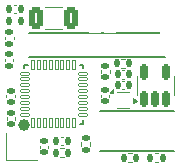
<source format=gbr>
%TF.GenerationSoftware,KiCad,Pcbnew,8.0.4-unknown-202407232306~396e531e7c~ubuntu22.04.1*%
%TF.CreationDate,2024-09-04T14:24:04+01:00*%
%TF.ProjectId,MONO_CTRL,4d4f4e4f-5f43-4545-924c-2e6b69636164,1.0*%
%TF.SameCoordinates,Original*%
%TF.FileFunction,Legend,Top*%
%TF.FilePolarity,Positive*%
%FSLAX46Y46*%
G04 Gerber Fmt 4.6, Leading zero omitted, Abs format (unit mm)*
G04 Created by KiCad (PCBNEW 8.0.4-unknown-202407232306~396e531e7c~ubuntu22.04.1) date 2024-09-04 14:24:04*
%MOMM*%
%LPD*%
G01*
G04 APERTURE LIST*
G04 Aperture macros list*
%AMRoundRect*
0 Rectangle with rounded corners*
0 $1 Rounding radius*
0 $2 $3 $4 $5 $6 $7 $8 $9 X,Y pos of 4 corners*
0 Add a 4 corners polygon primitive as box body*
4,1,4,$2,$3,$4,$5,$6,$7,$8,$9,$2,$3,0*
0 Add four circle primitives for the rounded corners*
1,1,$1+$1,$2,$3*
1,1,$1+$1,$4,$5*
1,1,$1+$1,$6,$7*
1,1,$1+$1,$8,$9*
0 Add four rect primitives between the rounded corners*
20,1,$1+$1,$2,$3,$4,$5,0*
20,1,$1+$1,$4,$5,$6,$7,0*
20,1,$1+$1,$6,$7,$8,$9,0*
20,1,$1+$1,$8,$9,$2,$3,0*%
%AMRotRect*
0 Rectangle, with rotation*
0 The origin of the aperture is its center*
0 $1 length*
0 $2 width*
0 $3 Rotation angle, in degrees counterclockwise*
0 Add horizontal line*
21,1,$1,$2,0,0,$3*%
%AMFreePoly0*
4,1,5,0.110000,-0.125000,-0.110000,-0.125000,-0.110000,0.125000,0.360000,0.125000,0.110000,-0.125000,0.110000,-0.125000,$1*%
%AMFreePoly1*
4,1,6,0.290000,-0.055000,0.290000,-0.125000,-0.110000,-0.125000,-0.110000,0.125000,0.110000,0.125000,0.290000,-0.055000,0.290000,-0.055000,$1*%
%AMFreePoly2*
4,1,7,0.110000,-0.125000,-0.110000,-0.125000,-0.290000,-0.125000,-0.290000,-0.055000,-0.110000,0.125000,0.110000,0.125000,0.110000,-0.125000,0.110000,-0.125000,$1*%
%AMFreePoly3*
4,1,6,0.110000,-0.125000,-0.110000,-0.125000,-0.290000,0.055000,-0.290000,0.125000,0.110000,0.125000,0.110000,-0.125000,0.110000,-0.125000,$1*%
G04 Aperture macros list end*
%ADD10C,0.152400*%
%ADD11C,0.120000*%
%ADD12C,0.127000*%
%ADD13C,0.495002*%
%ADD14R,1.000000X1.000000*%
%ADD15RoundRect,0.135000X-0.135000X-0.185000X0.135000X-0.185000X0.135000X0.185000X-0.135000X0.185000X0*%
%ADD16RoundRect,0.008100X0.126900X-0.396900X0.126900X0.396900X-0.126900X0.396900X-0.126900X-0.396900X0*%
%ADD17RoundRect,0.027000X0.378000X-0.108000X0.378000X0.108000X-0.378000X0.108000X-0.378000X-0.108000X0*%
%ADD18R,3.700000X3.700000*%
%ADD19RoundRect,0.140000X-0.170000X0.140000X-0.170000X-0.140000X0.170000X-0.140000X0.170000X0.140000X0*%
%ADD20RoundRect,0.150000X0.150000X-0.512500X0.150000X0.512500X-0.150000X0.512500X-0.150000X-0.512500X0*%
%ADD21RoundRect,0.140000X0.140000X0.170000X-0.140000X0.170000X-0.140000X-0.170000X0.140000X-0.170000X0*%
%ADD22RoundRect,0.147500X-0.147500X-0.172500X0.147500X-0.172500X0.147500X0.172500X-0.147500X0.172500X0*%
%ADD23RoundRect,0.135000X0.135000X0.185000X-0.135000X0.185000X-0.135000X-0.185000X0.135000X-0.185000X0*%
%ADD24RoundRect,0.140000X0.170000X-0.140000X0.170000X0.140000X-0.170000X0.140000X-0.170000X-0.140000X0*%
%ADD25RoundRect,0.135000X0.185000X-0.135000X0.185000X0.135000X-0.185000X0.135000X-0.185000X-0.135000X0*%
%ADD26FreePoly0,0.000000*%
%ADD27FreePoly1,0.000000*%
%ADD28FreePoly2,0.000000*%
%ADD29FreePoly3,0.000000*%
%ADD30RotRect,0.480000X0.480000X45.000000*%
%ADD31R,0.900000X0.800000*%
%ADD32RoundRect,0.250000X-0.325000X-0.650000X0.325000X-0.650000X0.325000X0.650000X-0.325000X0.650000X0*%
G04 APERTURE END LIST*
D10*
X30710000Y-32460000D02*
X37010000Y-32460000D01*
X30710000Y-35860000D02*
X37010000Y-35860000D01*
X24715000Y-25925000D02*
X36215000Y-25925000D01*
X24715000Y-27925000D02*
X36215000Y-27925000D01*
D11*
%TO.C,R2*%
X32556359Y-28080000D02*
X32863641Y-28080000D01*
X32556359Y-28840000D02*
X32863641Y-28840000D01*
D12*
%TO.C,U2*%
X24315000Y-28575000D02*
X24315000Y-28870001D01*
X24315000Y-28575000D02*
X24610001Y-28575000D01*
X24315000Y-33575000D02*
X24315000Y-33279999D01*
X24315000Y-33575000D02*
X24610001Y-33575000D01*
X29315000Y-28575000D02*
X29019999Y-28575000D01*
X29315000Y-28575000D02*
X29315000Y-28870001D01*
X29315000Y-33575000D02*
X29019999Y-33575000D01*
X29315000Y-33575000D02*
X29315000Y-33279999D01*
D13*
X24562501Y-33675001D02*
G75*
G02*
X24067499Y-33675001I-247501J0D01*
G01*
X24067499Y-33675001D02*
G75*
G02*
X24562501Y-33675001I247501J0D01*
G01*
D11*
%TO.C,C10*%
X30850000Y-29052164D02*
X30850000Y-29267836D01*
X31570000Y-29052164D02*
X31570000Y-29267836D01*
%TO.C,U1*%
X33854999Y-30318750D02*
X33855000Y-29518750D01*
X33854999Y-30318750D02*
X33855000Y-31118750D01*
X36975001Y-30318750D02*
X36975000Y-29518750D01*
X36975001Y-30318750D02*
X36975000Y-31118750D01*
X33905000Y-31618750D02*
X33575000Y-31858750D01*
X33575000Y-31378750D01*
X33905000Y-31618750D01*
G36*
X33905000Y-31618750D02*
G01*
X33575000Y-31858750D01*
X33575000Y-31378750D01*
X33905000Y-31618750D01*
G37*
%TO.C,C1*%
X23647836Y-23510000D02*
X23432164Y-23510000D01*
X23647836Y-24230000D02*
X23432164Y-24230000D01*
%TO.C,C2*%
X32817836Y-29030000D02*
X32602164Y-29030000D01*
X32817836Y-29750000D02*
X32602164Y-29750000D01*
%TO.C,R5*%
X27668641Y-35645000D02*
X27361359Y-35645000D01*
X27668641Y-36405000D02*
X27361359Y-36405000D01*
%TO.C,R6*%
X35376359Y-36080000D02*
X35683641Y-36080000D01*
X35376359Y-36840000D02*
X35683641Y-36840000D01*
%TO.C,C9*%
X30820000Y-31102164D02*
X30820000Y-31317836D01*
X31540000Y-31102164D02*
X31540000Y-31317836D01*
%TO.C,C12*%
X22710000Y-26202164D02*
X22710000Y-26417836D01*
X23430000Y-26202164D02*
X23430000Y-26417836D01*
%TO.C,C3*%
X22700000Y-28297836D02*
X22700000Y-28082164D01*
X23420000Y-28297836D02*
X23420000Y-28082164D01*
%TO.C,C7*%
X25655000Y-35417164D02*
X25655000Y-35632836D01*
X26375000Y-35417164D02*
X26375000Y-35632836D01*
%TO.C,C6*%
X27622836Y-34665000D02*
X27407164Y-34665000D01*
X27622836Y-35385000D02*
X27407164Y-35385000D01*
%TO.C,R3*%
X33463641Y-36080000D02*
X33156359Y-36080000D01*
X33463641Y-36840000D02*
X33156359Y-36840000D01*
%TO.C,R4*%
X29145000Y-35458641D02*
X29145000Y-35151359D01*
X29905000Y-35458641D02*
X29905000Y-35151359D01*
%TO.C,C4*%
X22820000Y-31347836D02*
X22820000Y-31132164D01*
X23540000Y-31347836D02*
X23540000Y-31132164D01*
%TO.C,U3*%
X33215000Y-30860000D02*
X32215000Y-30860000D01*
X33215000Y-32280000D02*
X32215000Y-32280000D01*
X31875000Y-30930000D02*
X31595000Y-30930000D01*
X31875000Y-30650000D01*
X31875000Y-30930000D01*
G36*
X31875000Y-30930000D02*
G01*
X31595000Y-30930000D01*
X31875000Y-30650000D01*
X31875000Y-30930000D01*
G37*
%TO.C,Y1*%
X22750001Y-34375000D02*
X22750001Y-36675000D01*
X22750001Y-36675000D02*
X25450001Y-36675000D01*
%TO.C,C8*%
X32817836Y-29950000D02*
X32602164Y-29950000D01*
X32817836Y-30670000D02*
X32602164Y-30670000D01*
%TO.C,C5*%
X22855000Y-33017164D02*
X22855000Y-33232836D01*
X23575000Y-33017164D02*
X23575000Y-33232836D01*
%TO.C,AE1*%
X26103748Y-23715000D02*
X27526252Y-23715000D01*
X26103748Y-25535000D02*
X27526252Y-25535000D01*
%TD*%
%LPC*%
D14*
%TO.C,J4*%
X31585000Y-25395001D03*
%TD*%
%TO.C,J17*%
X36390000Y-34795000D03*
%TD*%
%TO.C,J5*%
X29180001Y-27025000D03*
%TD*%
D15*
%TO.C,R2*%
X32200001Y-28460000D03*
X33219999Y-28460000D03*
%TD*%
D16*
%TO.C,U2*%
X25065001Y-33525000D03*
X25565000Y-33525000D03*
X26065000Y-33525001D03*
X26565000Y-33525000D03*
X27065000Y-33525000D03*
X27565000Y-33525001D03*
X28065000Y-33525000D03*
X28564999Y-33525000D03*
D17*
X29265000Y-32824999D03*
X29265000Y-32325000D03*
X29265001Y-31825000D03*
X29265000Y-31325000D03*
X29265000Y-30825000D03*
X29265001Y-30325000D03*
X29265000Y-29825000D03*
X29265000Y-29325001D03*
D16*
X28564999Y-28625000D03*
X28065000Y-28625000D03*
X27565000Y-28624999D03*
X27065000Y-28625000D03*
X26565000Y-28625000D03*
X26065000Y-28624999D03*
X25565000Y-28625000D03*
X25065001Y-28625000D03*
D17*
X24365000Y-29325001D03*
X24365000Y-29825000D03*
X24364999Y-30325000D03*
X24365000Y-30825000D03*
X24365000Y-31325000D03*
X24364999Y-31825000D03*
X24365000Y-32325000D03*
X24365000Y-32824999D03*
D18*
X26815000Y-31075000D03*
%TD*%
D19*
%TO.C,C10*%
X31210000Y-28680000D03*
X31210000Y-29640000D03*
%TD*%
D20*
%TO.C,U1*%
X34465001Y-31456250D03*
X35415000Y-31456250D03*
X36364999Y-31456250D03*
X36364999Y-29181250D03*
X34465001Y-29181250D03*
%TD*%
D21*
%TO.C,C1*%
X24020000Y-23870000D03*
X23060000Y-23870000D03*
%TD*%
D14*
%TO.C,J22*%
X31310000Y-33525000D03*
%TD*%
D22*
%TO.C,L1*%
X23055000Y-24880000D03*
X24025000Y-24880000D03*
%TD*%
D21*
%TO.C,C2*%
X33190000Y-29390000D03*
X32230000Y-29390000D03*
%TD*%
D23*
%TO.C,R5*%
X28024999Y-36025000D03*
X27005001Y-36025000D03*
%TD*%
D15*
%TO.C,R6*%
X35020001Y-36460000D03*
X36039999Y-36460000D03*
%TD*%
D19*
%TO.C,C9*%
X31180000Y-30730000D03*
X31180000Y-31690000D03*
%TD*%
D14*
%TO.C,J2*%
X26640001Y-27025000D03*
%TD*%
%TO.C,J12*%
X35120000Y-33525000D03*
%TD*%
%TO.C,J8*%
X32990001Y-27025000D03*
%TD*%
%TO.C,J1*%
X25370001Y-27025000D03*
%TD*%
%TO.C,J23*%
X30315000Y-25395000D03*
%TD*%
%TO.C,J15*%
X33850000Y-34795000D03*
%TD*%
%TO.C,J24*%
X36360001Y-25755000D03*
%TD*%
%TO.C,J14*%
X32580000Y-33525000D03*
%TD*%
D19*
%TO.C,C12*%
X23070000Y-25830000D03*
X23070000Y-26790000D03*
%TD*%
D24*
%TO.C,C3*%
X23060000Y-28670000D03*
X23060000Y-27710000D03*
%TD*%
D14*
%TO.C,J26*%
X31585000Y-24125000D03*
%TD*%
%TO.C,J18*%
X31310000Y-34795000D03*
%TD*%
%TO.C,J13*%
X33850001Y-33525000D03*
%TD*%
%TO.C,J10*%
X30315000Y-24125000D03*
%TD*%
D19*
%TO.C,C7*%
X26015000Y-35045000D03*
X26015000Y-36005000D03*
%TD*%
D14*
%TO.C,J7*%
X31720001Y-27025000D03*
%TD*%
%TO.C,J21*%
X32580000Y-34795000D03*
%TD*%
D21*
%TO.C,C6*%
X27995000Y-35025000D03*
X27035000Y-35025000D03*
%TD*%
D14*
%TO.C,J16*%
X35120000Y-34795000D03*
%TD*%
D23*
%TO.C,R3*%
X33819999Y-36460000D03*
X32800001Y-36460000D03*
%TD*%
D25*
%TO.C,R4*%
X29525000Y-35814999D03*
X29525000Y-34795001D03*
%TD*%
D24*
%TO.C,C4*%
X23180000Y-31720000D03*
X23180000Y-30760000D03*
%TD*%
D26*
%TO.C,U3*%
X32175000Y-31245000D03*
D27*
X32175000Y-31895000D03*
D28*
X33255000Y-31895000D03*
D29*
X33255000Y-31245000D03*
D30*
X32715000Y-31570000D03*
%TD*%
D31*
%TO.C,Y1*%
X23400001Y-36075000D03*
X24800001Y-36075000D03*
X24800001Y-34975000D03*
X23400001Y-34975000D03*
%TD*%
D14*
%TO.C,J11*%
X36390000Y-33525000D03*
%TD*%
%TO.C,J25*%
X36360001Y-27025000D03*
%TD*%
D21*
%TO.C,C8*%
X33190000Y-30310000D03*
X32230000Y-30310000D03*
%TD*%
D19*
%TO.C,C5*%
X23215000Y-32645000D03*
X23215000Y-33605000D03*
%TD*%
D14*
%TO.C,J6*%
X30450001Y-27025000D03*
%TD*%
%TO.C,J9*%
X34260001Y-27025000D03*
%TD*%
D32*
%TO.C,AE1*%
X25339999Y-24625000D03*
X28290001Y-24625000D03*
%TD*%
%LPD*%
M02*

</source>
